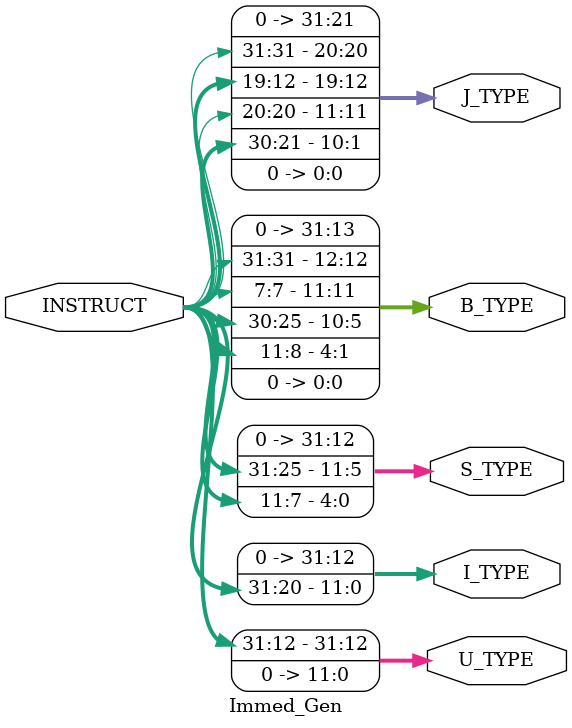
<source format=sv>
`timescale 1ns / 1ps


module Immed_Gen(
    input [31:0] INSTRUCT,
    output logic [31:0] U_TYPE,
    output logic [31:0] I_TYPE,
    output logic [31:0] S_TYPE,
    output logic [31:0] B_TYPE,
    output logic [31:0] J_TYPE
);

//Concatenates different portions of the INSTRUCT input into the 5 different formats

assign U_TYPE = {INSTRUCT[31:12], 12'b0};
assign I_TYPE = {20'b0, {INSTRUCT[31], INSTRUCT[30:20]}};
assign S_TYPE = {20'b0, {INSTRUCT[31], {INSTRUCT[30:25], INSTRUCT[11:7]}}};
assign B_TYPE = {19'b0, {INSTRUCT[31], {INSTRUCT[7], {INSTRUCT[30:25], {INSTRUCT[11:8], 1'b0}}}}};
assign J_TYPE = {11'b0, {INSTRUCT[31], {INSTRUCT[19:12], {INSTRUCT[20], {INSTRUCT[30:21], 1'b0}}}}};

endmodule

</source>
